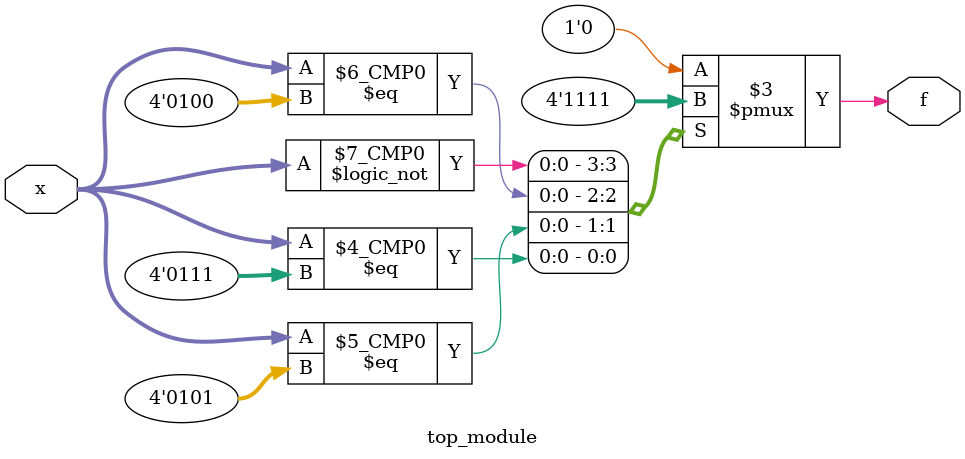
<source format=sv>
module top_module (
	input [4:1] x,
	output logic f
);

always_comb begin
	case (x)
		4'b0000: f = 1;
		4'b0010: f = 0;
		4'b0011: f = 0;
		4'b0100: f = 1;
		4'b0101: f = 1;
		4'b0110: f = 0;
		4'b0111: f = 1;
		default: f = 0;
	endcase
end

endmodule

</source>
